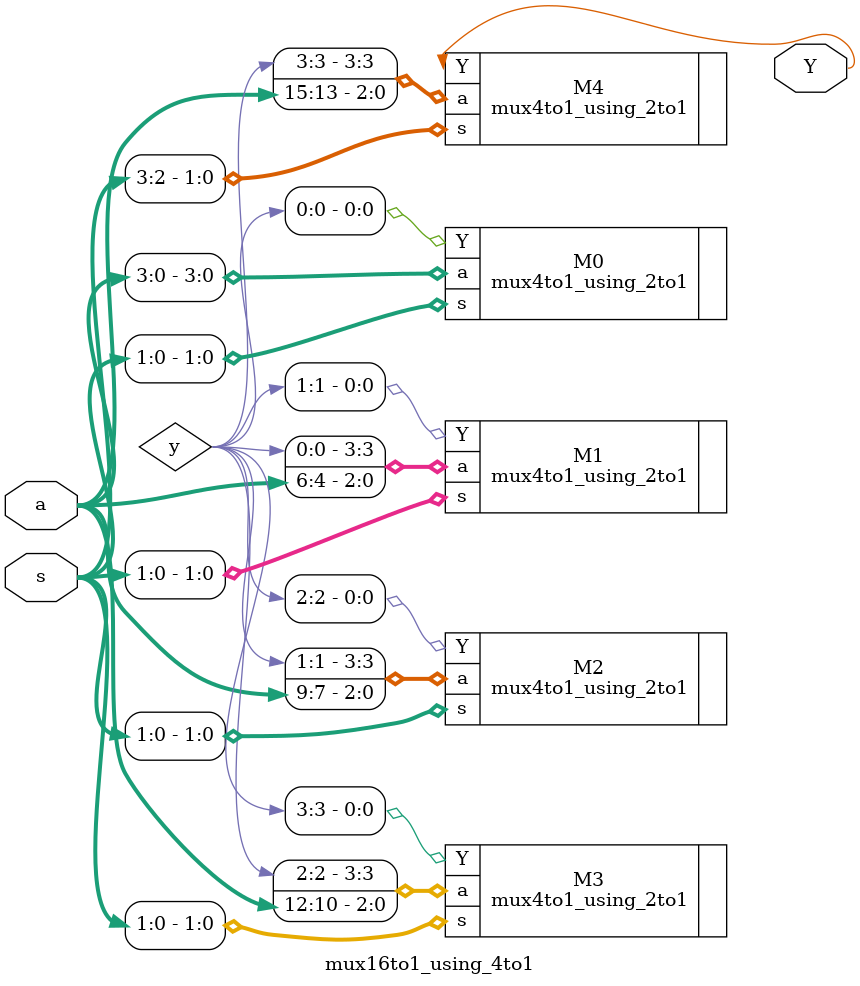
<source format=v>

module mux16to1_using_4to1
( input [15:0]a,
  input [3:0]s,
  output Y);

wire [3:0]y;

mux4to1_using_2to1 M0(.a(a[3:0]),.s(s[1:0]),.Y(y[0])),
  		   M1(.a({y[0],a[6:4]}),.s(s[1:0]),.Y(y[1])),
 		   M2(.a({y[1],a[9:7]}),.s(s[1:0]),.Y(y[2])),
 		   M3(.a({y[2],a[12:10]}),.s(s[1:0]),.Y(y[3])),
 		   M4(.a({y[3],a[15:13]}),.s(s[3:2]),.Y(Y));
endmodule
</source>
